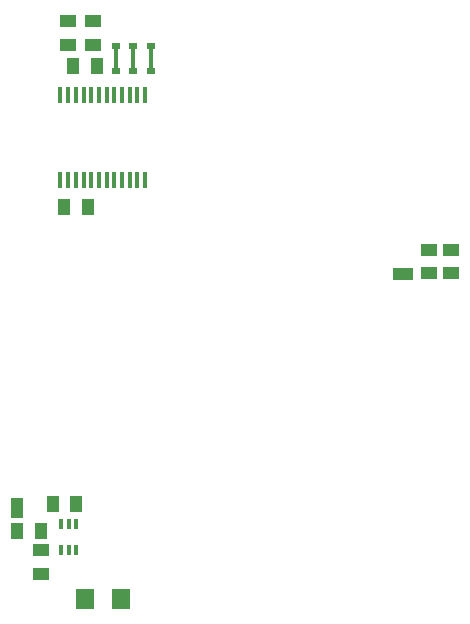
<source format=gbp>
G04*
G04 #@! TF.GenerationSoftware,Altium Limited,Altium Designer,18.1.6 (161)*
G04*
G04 Layer_Color=128*
%FSLAX25Y25*%
%MOIN*%
G70*
G01*
G75*
%ADD14R,0.03937X0.05315*%
%ADD15R,0.07087X0.03937*%
%ADD19R,0.05315X0.03937*%
%ADD21R,0.03937X0.07087*%
%ADD62R,0.01575X0.05512*%
%ADD63R,0.06299X0.06693*%
%ADD64R,0.03150X0.01968*%
%ADD65R,0.01575X0.10236*%
%ADD66R,0.01378X0.03347*%
D14*
X164400Y316721D02*
D03*
X172274D02*
D03*
X175137Y363700D02*
D03*
X167263D02*
D03*
X156537Y208900D02*
D03*
X148663D02*
D03*
X168437Y217900D02*
D03*
X160563D02*
D03*
D15*
X277400Y294500D02*
D03*
D19*
X165500Y370944D02*
D03*
Y378818D02*
D03*
X174000Y370863D02*
D03*
Y378737D02*
D03*
X293300Y302537D02*
D03*
Y294663D02*
D03*
X285800Y302537D02*
D03*
Y294663D02*
D03*
X156500Y202437D02*
D03*
Y194563D02*
D03*
D21*
X148663Y216600D02*
D03*
D62*
X191275Y325727D02*
D03*
X188716D02*
D03*
X186157D02*
D03*
X183598D02*
D03*
X181039D02*
D03*
X178480D02*
D03*
X175920D02*
D03*
X173361D02*
D03*
X170802D02*
D03*
X168243D02*
D03*
X165684D02*
D03*
X163125D02*
D03*
X191275Y354073D02*
D03*
X188716D02*
D03*
X186157D02*
D03*
X183598D02*
D03*
X181039D02*
D03*
X178480D02*
D03*
X175920D02*
D03*
X173361D02*
D03*
X170802D02*
D03*
X168243D02*
D03*
X165684D02*
D03*
X163125D02*
D03*
D63*
X183205Y186100D02*
D03*
X171395D02*
D03*
D64*
X193306Y370631D02*
D03*
Y361969D02*
D03*
X187400D02*
D03*
X187401Y370631D02*
D03*
X181494Y361969D02*
D03*
Y370631D02*
D03*
D65*
X187400Y366300D02*
D03*
X181494D02*
D03*
X193306D02*
D03*
D66*
X163241Y211131D02*
D03*
X165800D02*
D03*
X168359D02*
D03*
Y202469D02*
D03*
X165800D02*
D03*
X163241D02*
D03*
M02*

</source>
